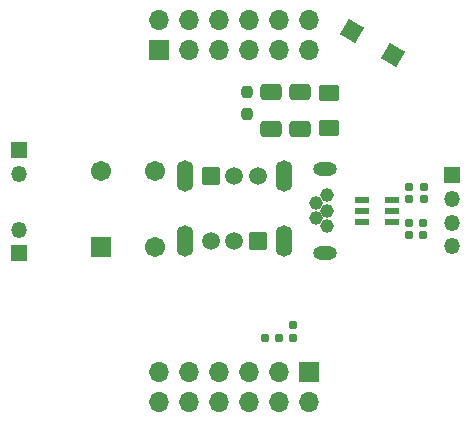
<source format=gbr>
%TF.GenerationSoftware,KiCad,Pcbnew,7.0.5*%
%TF.CreationDate,2024-01-17T11:15:45-05:00*%
%TF.ProjectId,CTRL,4354524c-2e6b-4696-9361-645f70636258,rev?*%
%TF.SameCoordinates,Original*%
%TF.FileFunction,Soldermask,Top*%
%TF.FilePolarity,Negative*%
%FSLAX46Y46*%
G04 Gerber Fmt 4.6, Leading zero omitted, Abs format (unit mm)*
G04 Created by KiCad (PCBNEW 7.0.5) date 2024-01-17 11:15:45*
%MOMM*%
%LPD*%
G01*
G04 APERTURE LIST*
G04 Aperture macros list*
%AMRoundRect*
0 Rectangle with rounded corners*
0 $1 Rounding radius*
0 $2 $3 $4 $5 $6 $7 $8 $9 X,Y pos of 4 corners*
0 Add a 4 corners polygon primitive as box body*
4,1,4,$2,$3,$4,$5,$6,$7,$8,$9,$2,$3,0*
0 Add four circle primitives for the rounded corners*
1,1,$1+$1,$2,$3*
1,1,$1+$1,$4,$5*
1,1,$1+$1,$6,$7*
1,1,$1+$1,$8,$9*
0 Add four rect primitives between the rounded corners*
20,1,$1+$1,$2,$3,$4,$5,0*
20,1,$1+$1,$4,$5,$6,$7,0*
20,1,$1+$1,$6,$7,$8,$9,0*
20,1,$1+$1,$8,$9,$2,$3,0*%
%AMRotRect*
0 Rectangle, with rotation*
0 The origin of the aperture is its center*
0 $1 length*
0 $2 width*
0 $3 Rotation angle, in degrees counterclockwise*
0 Add horizontal line*
21,1,$1,$2,0,0,$3*%
G04 Aperture macros list end*
%ADD10RotRect,1.500000X1.500000X150.000000*%
%ADD11RoundRect,0.237500X0.237500X-0.250000X0.237500X0.250000X-0.237500X0.250000X-0.237500X-0.250000X0*%
%ADD12RoundRect,0.250001X-0.624999X0.462499X-0.624999X-0.462499X0.624999X-0.462499X0.624999X0.462499X0*%
%ADD13RoundRect,0.160000X0.197500X0.160000X-0.197500X0.160000X-0.197500X-0.160000X0.197500X-0.160000X0*%
%ADD14R,1.700000X1.700000*%
%ADD15O,1.700000X1.700000*%
%ADD16RoundRect,0.160000X-0.197500X-0.160000X0.197500X-0.160000X0.197500X0.160000X-0.197500X0.160000X0*%
%ADD17RoundRect,0.250000X-0.650000X0.412500X-0.650000X-0.412500X0.650000X-0.412500X0.650000X0.412500X0*%
%ADD18R,1.350000X1.350000*%
%ADD19O,1.350000X1.350000*%
%ADD20RoundRect,0.155000X0.155000X-0.212500X0.155000X0.212500X-0.155000X0.212500X-0.155000X-0.212500X0*%
%ADD21R,1.200000X0.600000*%
%ADD22RoundRect,0.102000X-0.654000X-0.654000X0.654000X-0.654000X0.654000X0.654000X-0.654000X0.654000X0*%
%ADD23C,1.512000*%
%ADD24O,1.434000X2.664000*%
%ADD25C,1.162000*%
%ADD26O,2.020000X1.112000*%
%ADD27RoundRect,0.102000X0.654000X0.654000X-0.654000X0.654000X-0.654000X-0.654000X0.654000X-0.654000X0*%
%ADD28RoundRect,0.102000X0.754000X-0.754000X0.754000X0.754000X-0.754000X0.754000X-0.754000X-0.754000X0*%
%ADD29C,1.712000*%
G04 APERTURE END LIST*
D10*
%TO.C,TP3*%
X163560000Y-86898621D03*
%TD*%
%TO.C,TP2*%
X160160000Y-84898621D03*
%TD*%
D11*
%TO.C,R4*%
X151260000Y-91911121D03*
X151260000Y-90086121D03*
%TD*%
D12*
%TO.C,F1*%
X158160000Y-90131121D03*
X158160000Y-93106121D03*
%TD*%
D13*
%TO.C,R15*%
X166190000Y-98048621D03*
X164995000Y-98048621D03*
%TD*%
D14*
%TO.C,J1*%
X143810000Y-86465599D03*
D15*
X143810000Y-83925599D03*
X146350000Y-86465599D03*
X146350000Y-83925599D03*
X148890000Y-86465599D03*
X148890000Y-83925599D03*
X151430000Y-86465599D03*
X151430000Y-83925599D03*
X153970000Y-86465599D03*
X153970000Y-83925599D03*
X156510000Y-86465599D03*
X156510000Y-83925599D03*
%TD*%
D13*
%TO.C,R14*%
X166167500Y-102118621D03*
X164972500Y-102118621D03*
%TD*%
D16*
%TO.C,R2*%
X164972500Y-101098621D03*
X166167500Y-101098621D03*
%TD*%
D14*
%TO.C,J2*%
X156510000Y-113743621D03*
D15*
X156510000Y-116283621D03*
X153970000Y-113743621D03*
X153970000Y-116283621D03*
X151430000Y-113743621D03*
X151430000Y-116283621D03*
X148890000Y-113743621D03*
X148890000Y-116283621D03*
X146350000Y-113743621D03*
X146350000Y-116283621D03*
X143810000Y-113743621D03*
X143810000Y-116283621D03*
%TD*%
D17*
%TO.C,C3*%
X153260000Y-90086121D03*
X153260000Y-93211121D03*
%TD*%
D18*
%TO.C,J4*%
X131950000Y-103698621D03*
D19*
X131950000Y-101698621D03*
%TD*%
D20*
%TO.C,C4*%
X155160000Y-110898621D03*
X155160000Y-109763621D03*
%TD*%
D13*
%TO.C,R3*%
X153982500Y-110898621D03*
X152787500Y-110898621D03*
%TD*%
D16*
%TO.C,R1*%
X164995000Y-99098621D03*
X166190000Y-99098621D03*
%TD*%
D18*
%TO.C,J6*%
X168570000Y-97098621D03*
D19*
X168570000Y-99098621D03*
X168570000Y-101098621D03*
X168570000Y-103098621D03*
%TD*%
D21*
%TO.C,U4*%
X161000000Y-99158621D03*
X161000000Y-100108621D03*
X161000000Y-101058621D03*
X163500000Y-101058621D03*
X163500000Y-100108621D03*
X163500000Y-99158621D03*
%TD*%
D17*
%TO.C,C2*%
X155725000Y-90086121D03*
X155725000Y-93211121D03*
%TD*%
D18*
%TO.C,J5*%
X131950000Y-94968621D03*
D19*
X131950000Y-96968621D03*
%TD*%
D22*
%TO.C,S2*%
X148160000Y-97198621D03*
D23*
X150160000Y-97198621D03*
X152160000Y-97198621D03*
D24*
X145960000Y-97198621D03*
X154360000Y-97198621D03*
%TD*%
D25*
%TO.C,J3*%
X158052500Y-101404610D03*
X157052500Y-100754610D03*
X158052500Y-100104610D03*
X157052500Y-99454610D03*
X158052500Y-98804610D03*
D26*
X157832500Y-103679610D03*
X157832500Y-96529610D03*
%TD*%
D27*
%TO.C,S3*%
X152160000Y-102698621D03*
D23*
X150160000Y-102698621D03*
X148160000Y-102698621D03*
D24*
X154360000Y-102698621D03*
X145960000Y-102698621D03*
%TD*%
D28*
%TO.C,S1*%
X138910000Y-103198621D03*
D29*
X138910000Y-96698621D03*
X143410000Y-103198621D03*
X143410000Y-96698621D03*
%TD*%
M02*

</source>
